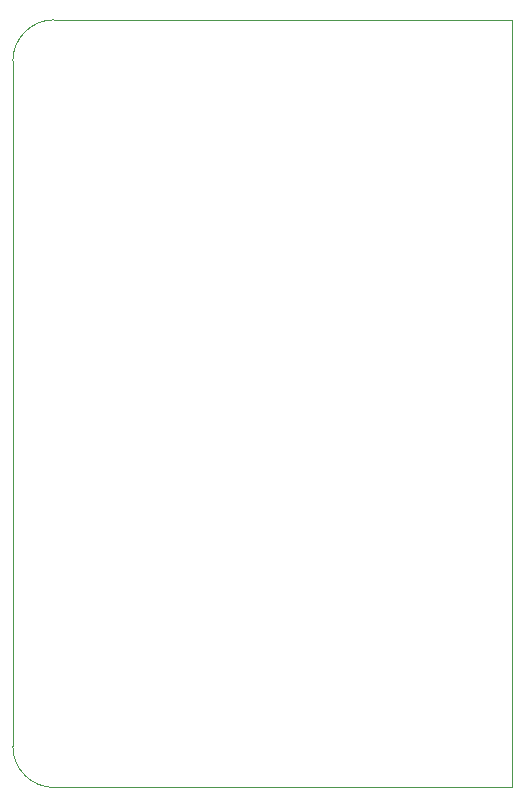
<source format=gbr>
%TF.GenerationSoftware,KiCad,Pcbnew,(5.1.7)-1*%
%TF.CreationDate,2020-11-30T22:01:16+01:00*%
%TF.ProjectId,zerosensor,7a65726f-7365-46e7-936f-722e6b696361,rev?*%
%TF.SameCoordinates,PX761e28cPY7a7afb0*%
%TF.FileFunction,Profile,NP*%
%FSLAX46Y46*%
G04 Gerber Fmt 4.6, Leading zero omitted, Abs format (unit mm)*
G04 Created by KiCad (PCBNEW (5.1.7)-1) date 2020-11-30 22:01:16*
%MOMM*%
%LPD*%
G01*
G04 APERTURE LIST*
%TA.AperFunction,Profile*%
%ADD10C,0.050000*%
%TD*%
G04 APERTURE END LIST*
D10*
X-38727500Y65000000D02*
G75*
G03*
X-42227500Y61500000I0J-3500000D01*
G01*
X-38727500Y0D02*
G75*
G02*
X-42227500Y3500000I0J3500000D01*
G01*
X2500Y0D02*
X-16997500Y0D01*
X2500Y65000000D02*
X2500Y0D01*
X-16997500Y65000000D02*
X2500Y65000000D01*
X-42227500Y3500000D02*
X-42227500Y61500000D01*
X-16997500Y0D02*
X-38727500Y0D01*
X-38727500Y65000000D02*
X-16997500Y65000000D01*
M02*

</source>
